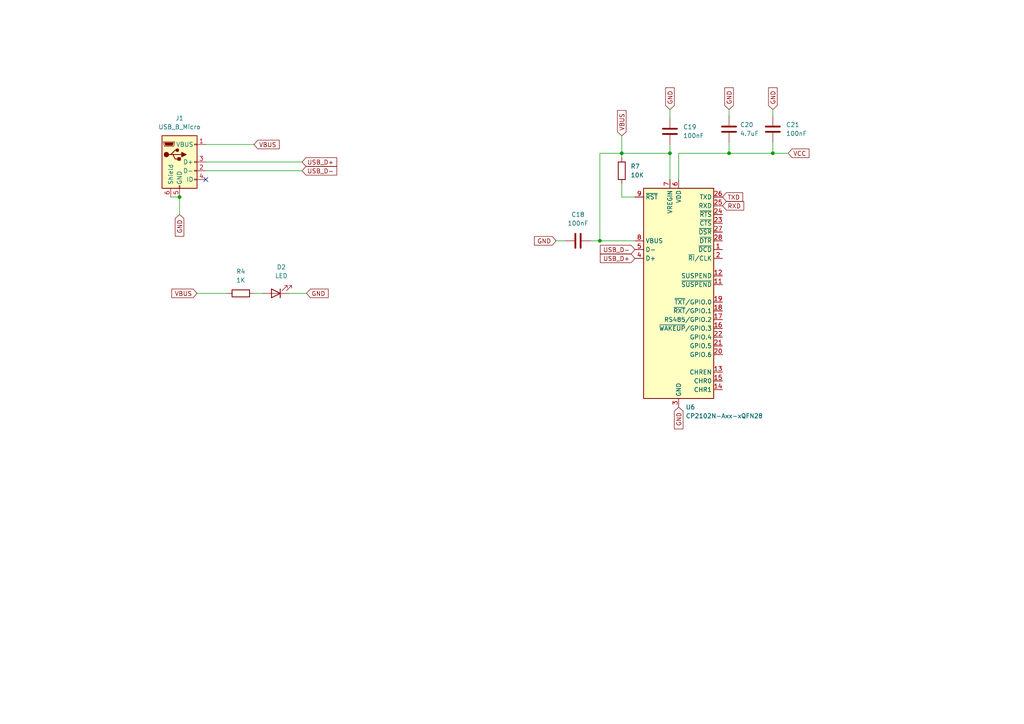
<source format=kicad_sch>
(kicad_sch (version 20211123) (generator eeschema)
  (paper "A4")
  (lib_symbols
    (symbol "Connector:USB_B_Micro" (pin_names (offset 1.016))
      (property "Reference" "J" (at -5.08 11.43 0))
      (property "Value" "USB_B_Micro" (at -5.08 8.89 0))
      (symbol "USB_B_Micro_0_1"
        (rectangle (start -5.08 -7.62) (end 5.08 7.62) (stroke (width 0.254)) (fill (type background)))
        (circle (center -3.81 2.159) (radius 0.635) (stroke (width 0.254)) (fill (type outline)))
        (circle (center -0.635 3.429) (radius 0.381) (stroke (width 0.254)) (fill (type outline)))
        (rectangle (start -0.127 -7.62) (end 0.127 -6.858))
        (polyline (pts (xy -1.905 2.159) (xy 0.635 2.159)) (stroke (width 0.254)))
        (polyline (pts (xy -3.175 2.159) (xy -2.54 2.159) (xy -1.27 3.429) (xy -0.635 3.429)) (stroke (width 0.254)))
        (polyline (pts (xy -2.54 2.159) (xy -1.905 2.159) (xy -1.27 0.889) (xy 0 0.889)) (stroke (width 0.254)))
        (polyline (pts (xy 0.635 2.794) (xy 0.635 1.524) (xy 1.905 2.159) (xy 0.635 2.794)) (stroke (width 0.254)) (fill (type outline)))
        (polyline (pts (xy -4.318 5.588) (xy -1.778 5.588) (xy -2.032 4.826) (xy -4.064 4.826) (xy -4.318 5.588)) (fill (type outline)))
        (polyline (pts (xy -4.699 5.842) (xy -4.699 5.588) (xy -4.445 4.826) (xy -4.445 4.572) (xy -1.651 4.572) (xy -1.651 4.826) (xy -1.397 5.588) (xy -1.397 5.842) (xy -4.699 5.842)))
        (rectangle (start 0.254 1.27) (end -0.508 0.508) (stroke (width 0.254)) (fill (type outline)))
        (rectangle (start 5.08 -5.207) (end 4.318 -4.953))
        (rectangle (start 5.08 -2.667) (end 4.318 -2.413))
        (rectangle (start 5.08 -0.127) (end 4.318 0.127))
        (rectangle (start 5.08 4.953) (end 4.318 5.207))
      )
      (symbol "USB_B_Micro_1_1"
        (pin power_out line (at 7.62 5.08 180) (length 2.54) (name "VBUS") (number "1"))
        (pin bidirectional line (at 7.62 -2.54 180) (length 2.54) (name "D-") (number "2"))
        (pin bidirectional line (at 7.62 0 180) (length 2.54) (name "D+") (number "3"))
        (pin passive line (at 7.62 -5.08 180) (length 2.54) (name "ID") (number "4"))
        (pin power_out line (at 0 -10.16 90) (length 2.54) (name "GND") (number "5"))
        (pin passive line (at -2.54 -10.16 90) (length 2.54) (name "Shield") (number "6"))
      )
    )
    (symbol "Device:C" (pin_numbers hide) (pin_names (offset 0.254))
      (property "Reference" "C" (at 0.635 2.54 0))
      (property "Value" "C" (at 0.635 -2.54 0))
      (symbol "C_0_1"
        (polyline (pts (xy -2.032 -0.762) (xy 2.032 -0.762)) (stroke (width 0.508)))
        (polyline (pts (xy -2.032 0.762) (xy 2.032 0.762)) (stroke (width 0.508)))
      )
      (symbol "C_1_1"
        (pin passive line (at 0 3.81 270) (length 2.794) (name "~") (number "1"))
        (pin passive line (at 0 -3.81 90) (length 2.794) (name "~") (number "2"))
      )
    )
    (symbol "Device:LED" (pin_numbers hide) (pin_names (offset 1.016) hide)
      (property "Reference" "D" (at 0 2.54 0))
      (property "Value" "LED" (at 0 -2.54 0))
      (symbol "LED_0_1"
        (polyline (pts (xy -1.27 -1.27) (xy -1.27 1.27)) (stroke (width 0.254)))
        (polyline (pts (xy -1.27 0) (xy 1.27 0)))
        (polyline (pts (xy 1.27 -1.27) (xy 1.27 1.27) (xy -1.27 0) (xy 1.27 -1.27)) (stroke (width 0.254)))
        (polyline (pts (xy -3.048 -0.762) (xy -4.572 -2.286) (xy -3.81 -2.286) (xy -4.572 -2.286) (xy -4.572 -1.524)))
        (polyline (pts (xy -1.778 -0.762) (xy -3.302 -2.286) (xy -2.54 -2.286) (xy -3.302 -2.286) (xy -3.302 -1.524)))
      )
      (symbol "LED_1_1"
        (pin passive line (at -3.81 0 0) (length 2.54) (name "K") (number "1"))
        (pin passive line (at 3.81 0 180) (length 2.54) (name "A") (number "2"))
      )
    )
    (symbol "Device:R" (pin_numbers hide) (pin_names (offset 0))
      (property "Reference" "R" (at 2.032 0 90))
      (property "Value" "R" (at 0 0 90))
      (symbol "R_0_1"
        (rectangle (start -1.016 -2.54) (end 1.016 2.54) (stroke (width 0.254)))
      )
      (symbol "R_1_1"
        (pin passive line (at 0 3.81 270) (length 1.27) (name "~") (number "1"))
        (pin passive line (at 0 -3.81 90) (length 1.27) (name "~") (number "2"))
      )
    )
    (symbol "Interface_USB:CP2102N-Axx-xQFN28"
      (property "Reference" "U" (at -8.89 31.75 0))
      (property "Value" "CP2102N-Axx-xQFN28" (at 12.7 31.75 0))
      (symbol "CP2102N-Axx-xQFN28_0_1"
        (rectangle (start -10.16 30.48) (end 10.16 -30.48) (stroke (width 0.254)) (fill (type background)))
      )
      (symbol "CP2102N-Axx-xQFN28_1_1"
        (pin input line (at 12.7 12.7 180) (length 2.54) (name "~{DCD}") (number "1"))
        (pin no_connect line (at -10.16 -27.94 0) (length 2.54) hide (name "NC") (number "10"))
        (pin output line (at 12.7 2.54 180) (length 2.54) (name "~{SUSPEND}") (number "11"))
        (pin output line (at 12.7 5.08 180) (length 2.54) (name "SUSPEND") (number "12"))
        (pin output line (at 12.7 -22.86 180) (length 2.54) (name "CHREN") (number "13"))
        (pin output line (at 12.7 -27.94 180) (length 2.54) (name "CHR1") (number "14"))
        (pin output line (at 12.7 -25.4 180) (length 2.54) (name "CHR0") (number "15"))
        (pin bidirectional line (at 12.7 -10.16 180) (length 2.54) (name "~{WAKEUP}/GPIO.3") (number "16"))
        (pin bidirectional line (at 12.7 -7.62 180) (length 2.54) (name "RS485/GPIO.2") (number "17"))
        (pin bidirectional line (at 12.7 -5.08 180) (length 2.54) (name "~{RXT}/GPIO.1") (number "18"))
        (pin bidirectional line (at 12.7 -2.54 180) (length 2.54) (name "~{TXT}/GPIO.0") (number "19"))
        (pin bidirectional line (at 12.7 10.16 180) (length 2.54) (name "~{RI}/CLK") (number "2"))
        (pin bidirectional line (at 12.7 -17.78 180) (length 2.54) (name "GPIO.6") (number "20"))
        (pin bidirectional line (at 12.7 -15.24 180) (length 2.54) (name "GPIO.5") (number "21"))
        (pin bidirectional line (at 12.7 -12.7 180) (length 2.54) (name "GPIO.4") (number "22"))
        (pin input line (at 12.7 20.32 180) (length 2.54) (name "~{CTS}") (number "23"))
        (pin output line (at 12.7 22.86 180) (length 2.54) (name "~{RTS}") (number "24"))
        (pin input line (at 12.7 25.4 180) (length 2.54) (name "RXD") (number "25"))
        (pin output line (at 12.7 27.94 180) (length 2.54) (name "TXD") (number "26"))
        (pin input line (at 12.7 17.78 180) (length 2.54) (name "~{DSR}") (number "27"))
        (pin output line (at 12.7 15.24 180) (length 2.54) (name "~{DTR}") (number "28"))
        (pin passive line (at 0 -33.02 90) (length 2.54) hide (name "GND") (number "29"))
        (pin power_in line (at 0 -33.02 90) (length 2.54) (name "GND") (number "3"))
        (pin bidirectional line (at -12.7 10.16 0) (length 2.54) (name "D+") (number "4"))
        (pin bidirectional line (at -12.7 12.7 0) (length 2.54) (name "D-") (number "5"))
        (pin power_in line (at 0 33.02 270) (length 2.54) (name "VDD") (number "6"))
        (pin power_in line (at -2.54 33.02 270) (length 2.54) (name "VREGIN") (number "7"))
        (pin input line (at -12.7 15.24 0) (length 2.54) (name "VBUS") (number "8"))
        (pin input line (at -12.7 27.94 0) (length 2.54) (name "~{RST}") (number "9"))
      )
    )
  )
  (junction (at 180.34 44.45))
  (junction (at 194.31 44.45))
  (junction (at 52.07 57.15))
  (junction (at 211.455 44.45))
  (junction (at 224.155 44.45))
  (junction (at 173.99 69.85))
  (no_connect (at 59.69 52.07))
  (wire (pts (xy 196.85 52.07) (xy 196.85 44.45)))
  (wire (pts (xy 211.455 41.275) (xy 211.455 44.45)))
  (wire (pts (xy 211.455 44.45) (xy 224.155 44.45)))
  (wire (pts (xy 194.31 44.45) (xy 194.31 52.07)))
  (wire (pts (xy 173.99 69.85) (xy 184.15 69.85)))
  (wire (pts (xy 83.82 85.09) (xy 88.9 85.09)))
  (wire (pts (xy 196.85 44.45) (xy 211.455 44.45)))
  (wire (pts (xy 59.69 41.91) (xy 73.66 41.91)))
  (wire (pts (xy 73.66 85.09) (xy 76.2 85.09)))
  (wire (pts (xy 180.34 39.37) (xy 180.34 44.45)))
  (wire (pts (xy 194.31 41.91) (xy 194.31 44.45)))
  (wire (pts (xy 211.455 31.75) (xy 211.455 33.655)))
  (wire (pts (xy 224.155 41.275) (xy 224.155 44.45)))
  (wire (pts (xy 194.31 31.75) (xy 194.31 34.29)))
  (wire (pts (xy 180.34 53.34) (xy 180.34 57.15)))
  (wire (pts (xy 180.34 44.45) (xy 194.31 44.45)))
  (wire (pts (xy 173.99 44.45) (xy 173.99 69.85)))
  (wire (pts (xy 224.155 44.45) (xy 228.6 44.45)))
  (wire (pts (xy 173.99 44.45) (xy 180.34 44.45)))
  (wire (pts (xy 59.69 49.53) (xy 87.63 49.53)))
  (wire (pts (xy 59.69 46.99) (xy 87.63 46.99)))
  (wire (pts (xy 180.34 44.45) (xy 180.34 45.72)))
  (wire (pts (xy 184.15 57.15) (xy 180.34 57.15)))
  (wire (pts (xy 52.07 57.15) (xy 52.07 62.23)))
  (wire (pts (xy 57.15 85.09) (xy 66.04 85.09)))
  (wire (pts (xy 171.45 69.85) (xy 173.99 69.85)))
  (wire (pts (xy 224.155 31.75) (xy 224.155 33.655)))
  (wire (pts (xy 161.29 69.85) (xy 163.83 69.85)))
  (wire (pts (xy 49.53 57.15) (xy 52.07 57.15)))
  (global_label "VBUS" (shape input) (at 180.34 39.37 90) (property "Intersheet References" "${INTERSHEET_REFS}" (effects hide)))
  (global_label "USB_D-" (shape input) (at 184.15 72.39 180) (property "Intersheet References" "${INTERSHEET_REFS}" (effects hide)))
  (global_label "GND" (shape input) (at 224.155 31.75 90) (property "Intersheet References" "${INTERSHEET_REFS}" (effects hide)))
  (global_label "VCC" (shape input) (at 228.6 44.45 0) (property "Intersheet References" "${INTERSHEET_REFS}" (effects hide)))
  (global_label "USB_D-" (shape input) (at 87.63 49.53 0) (property "Intersheet References" "${INTERSHEET_REFS}" (effects hide)))
  (global_label "USB_D+" (shape input) (at 184.15 74.93 180) (property "Intersheet References" "${INTERSHEET_REFS}" (effects hide)))
  (global_label "GND" (shape input) (at 88.9 85.09 0) (property "Intersheet References" "${INTERSHEET_REFS}" (effects hide)))
  (global_label "GND" (shape input) (at 196.85 118.11 270) (property "Intersheet References" "${INTERSHEET_REFS}" (effects hide)))
  (global_label "TXD" (shape input) (at 209.55 57.15 0) (property "Intersheet References" "${INTERSHEET_REFS}" (effects hide)))
  (global_label "GND" (shape input) (at 211.455 31.75 90) (property "Intersheet References" "${INTERSHEET_REFS}" (effects hide)))
  (global_label "VBUS" (shape input) (at 73.66 41.91 0) (property "Intersheet References" "${INTERSHEET_REFS}" (effects hide)))
  (global_label "GND" (shape input) (at 52.07 62.23 270) (property "Intersheet References" "${INTERSHEET_REFS}" (effects hide)))
  (global_label "RXD" (shape input) (at 209.55 59.69 0) (property "Intersheet References" "${INTERSHEET_REFS}" (effects hide)))
  (global_label "USB_D+" (shape input) (at 87.63 46.99 0) (property "Intersheet References" "${INTERSHEET_REFS}" (effects hide)))
  (global_label "GND" (shape input) (at 194.31 31.75 90) (property "Intersheet References" "${INTERSHEET_REFS}" (effects hide)))
  (global_label "GND" (shape input) (at 161.29 69.85 180) (property "Intersheet References" "${INTERSHEET_REFS}" (effects hide)))
  (global_label "VBUS" (shape input) (at 57.15 85.09 180) (property "Intersheet References" "${INTERSHEET_REFS}" (effects hide)))
  (symbol (lib_id "Device:C") (at 211.455 37.465 180) (unit 1)
    (property "Reference" "C20" (at 214.63 36.1949 0) (effects (justify right)))
    (property "Value" "4.7uF" (at 214.63 38.7349 0) (effects (justify right)))
    (property "Footprint" "Capacitor_SMD:C_0603_1608Metric" (effects hide))
  )
  (symbol (lib_id "Interface_USB:CP2102N-Axx-xQFN28") (at 196.85 85.09 0) (unit 1)
    (property "Reference" "U6" (at 198.8694 118.11 0) (effects (justify left)))
    (property "Value" "CP2102N-Axx-xQFN28" (at 198.8694 120.65 0) (effects (justify left)))
    (property "Footprint" "Package_DFN_QFN:QFN-28-1EP_5x5mm_P0.5mm_EP3.35x3.35mm" (effects hide))
    (property "Datasheet" "https://www.silabs.com/documents/public/data-sheets/cp2102n-datasheet.pdf" (effects hide))
  )
  (symbol (lib_id "Device:R") (at 69.85 85.09 90) (unit 1)
    (property "Reference" "R4" (at 69.85 78.74 90))
    (property "Value" "1K" (at 69.85 81.28 90))
    (property "Footprint" "Resistor_SMD:R_0603_1608Metric" (effects hide))
  )
  (symbol (lib_id "Device:LED") (at 80.01 85.09 180) (unit 1)
    (property "Reference" "D2" (at 81.5975 77.47 0))
    (property "Value" "LED" (at 81.5975 80.01 0))
    (property "Footprint" "LED_SMD:LED_0603_1608Metric" (effects hide))
  )
  (symbol (lib_id "Device:R") (at 180.34 49.53 0) (unit 1)
    (property "Reference" "R7" (at 182.88 48.2599 0) (effects (justify left)))
    (property "Value" "10K" (at 182.88 50.7999 0) (effects (justify left)))
    (property "Footprint" "Resistor_SMD:R_0603_1608Metric" (effects hide))
  )
  (symbol (lib_id "Device:C") (at 224.155 37.465 180) (unit 1)
    (property "Reference" "C21" (at 227.965 36.1949 0) (effects (justify right)))
    (property "Value" "100nF" (at 227.965 38.7349 0) (effects (justify right)))
    (property "Footprint" "Capacitor_SMD:C_0603_1608Metric" (effects hide))
  )
  (symbol (lib_id "Connector:USB_B_Micro") (at 52.07 46.99 0) (unit 1)
    (property "Reference" "J1" (at 52.07 34.29 0))
    (property "Value" "USB_B_Micro" (at 52.07 36.83 0))
    (property "Footprint" "Connector_USB:USB_Micro-B_GCT_USB3076-30-A" (effects hide))
  )
  (symbol (lib_id "Device:C") (at 194.31 38.1 180) (unit 1)
    (property "Reference" "C19" (at 198.12 36.8299 0) (effects (justify right)))
    (property "Value" "100nF" (at 198.12 39.3699 0) (effects (justify right)))
    (property "Footprint" "Capacitor_SMD:C_0603_1608Metric" (effects hide))
  )
  (symbol (lib_id "Device:C") (at 167.64 69.85 90) (unit 1)
    (property "Reference" "C18" (at 167.64 62.23 90))
    (property "Value" "100nF" (at 167.64 64.77 90))
    (property "Footprint" "Capacitor_SMD:C_0603_1608Metric" (effects hide))
  )
)
</source>
